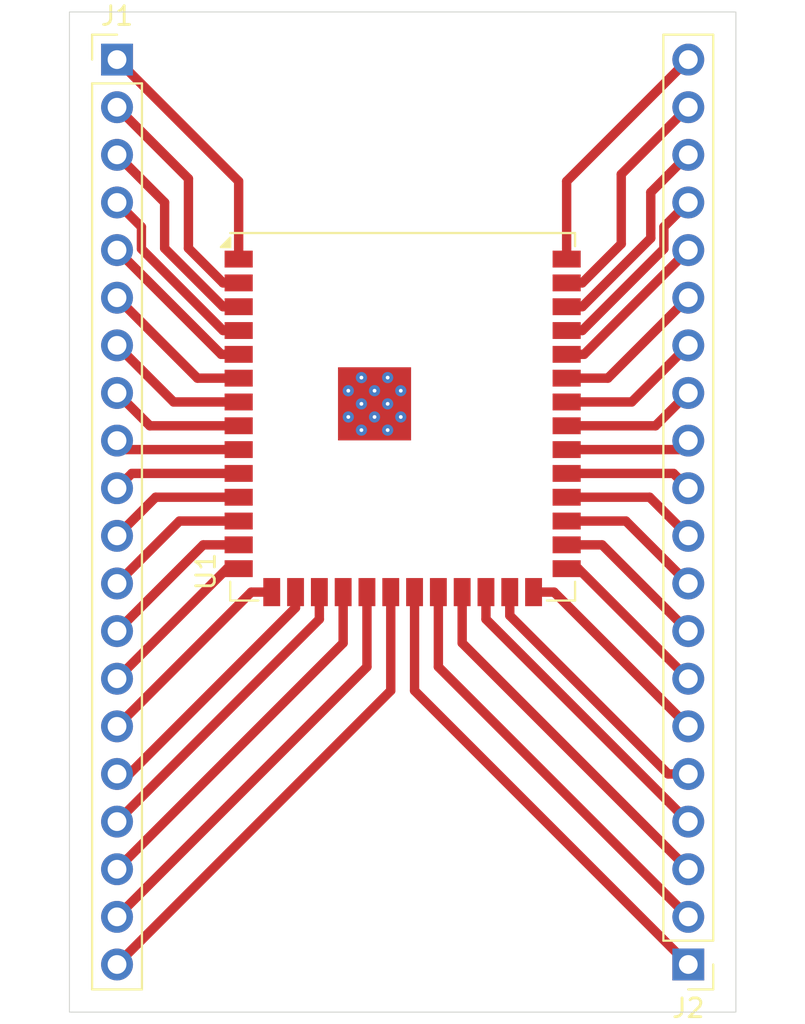
<source format=kicad_pcb>
(kicad_pcb (version 20241229) (generator "pcbnew") (generator_version "9.0")
  (layers (0 "F.Cu" signal) (2 "B.Cu" signal) (13 "F.Paste" user) (15 "B.Paste" user) (5 "F.SilkS" user "F.Silkscreen") (7 "B.SilkS" user "B.Silkscreen") (1 "F.Mask" user) (3 "B.Mask" user) (25 "Edge.Cuts" user))
  (net 0 "")
  (net 1 "IO7")
  (net 2 "IO9")
  (net 3 "IO4")
  (net 4 "EN")
  (net 5 "IO11")
  (net 6 "IO3")
  (net 7 "3V3")
  (net 8 "IO5")
  (net 9 "IO18")
  (net 10 "IO8")
  (net 11 "IO12")
  (net 12 "IO17")
  (net 13 "DM")
  (net 14 "DP")
  (net 15 "GND")
  (net 16 "IO6")
  (net 17 "IO15")
  (net 18 "IO10")
  (net 19 "IO46")
  (net 20 "IO16")
  (net 21 "IO48")
  (net 22 "IO36")
  (net 23 "IO47")
  (net 24 "RXD")
  (net 25 "IO40")
  (net 26 "TXD")
  (net 27 "IO14")
  (net 28 "IO2")
  (net 29 "IO13")
  (net 30 "IO35")
  (net 31 "IO41")
  (net 32 "IO0")
  (net 33 "IO37")
  (net 34 "IO1")
  (net 35 "IO21")
  (net 36 "IO45")
  (net 37 "IO38")
  (net 38 "IO39")
  (net 39 "IO42")
  (footprint "Connector_PinHeader_2.54mm:PinHeader_1x20_P2.54mm_Vertical" (layer "F.Cu") (at 120.48 108.26 180)
    (property "Reference" "J2" (at 0 -2.33 0) (layer "F.SilkS"))
    (property "Value" "Conn_01x20_Pin")
    (fp_line (start 1.33 1.27) (end 1.33 49.59) (stroke (width 0.12)) (layer "F.SilkS"))
    (fp_line (start -1.33 49.59) (end 1.33 49.59) (stroke (width 0.12)) (layer "F.SilkS"))
    (fp_line (start -1.33 1.27) (end 1.33 1.27) (stroke (width 0.12)) (layer "F.SilkS"))
    (fp_line (start -1.33 1.27) (end -1.33 49.59) (stroke (width 0.12)) (layer "F.SilkS"))
    (fp_line (start -1.33 0) (end -1.33 -1.33) (stroke (width 0.12)) (layer "F.SilkS"))
    (fp_line (start -1.33 -1.33) (end 0 -1.33) (stroke (width 0.12)) (layer "F.SilkS"))
    (pad "1" thru_hole rect (at 0 0 180) (size 1.7 1.7) (drill 1) (layers "*.Cu" "*.Mask") (net 29 "IO13"))
    (pad "2" thru_hole oval (at 0 2.54 180) (size 1.7 1.7) (drill 1) (layers "*.Cu" "*.Mask") (net 27 "IO14"))
    (pad "3" thru_hole oval (at 0 5.08 180) (size 1.7 1.7) (drill 1) (layers "*.Cu" "*.Mask") (net 35 "IO21"))
    (pad "4" thru_hole oval (at 0 7.62 180) (size 1.7 1.7) (drill 1) (layers "*.Cu" "*.Mask") (net 23 "IO47"))
    (pad "5" thru_hole oval (at 0 10.16 180) (size 1.7 1.7) (drill 1) (layers "*.Cu" "*.Mask") (net 21 "IO48"))
    (pad "6" thru_hole oval (at 0 12.7 180) (size 1.7 1.7) (drill 1) (layers "*.Cu" "*.Mask") (net 36 "IO45"))
    (pad "7" thru_hole oval (at 0 15.24 180) (size 1.7 1.7) (drill 1) (layers "*.Cu" "*.Mask") (net 32 "IO0"))
    (pad "8" thru_hole oval (at 0 17.78 180) (size 1.7 1.7) (drill 1) (layers "*.Cu" "*.Mask") (net 30 "IO35"))
    (pad "9" thru_hole oval (at 0 20.32 180) (size 1.7 1.7) (drill 1) (layers "*.Cu" "*.Mask") (net 22 "IO36"))
    (pad "10" thru_hole oval (at 0 22.86 180) (size 1.7 1.7) (drill 1) (layers "*.Cu" "*.Mask") (net 33 "IO37"))
    (pad "11" thru_hole oval (at 0 25.4 180) (size 1.7 1.7) (drill 1) (layers "*.Cu" "*.Mask") (net 37 "IO38"))
    (pad "12" thru_hole oval (at 0 27.94 180) (size 1.7 1.7) (drill 1) (layers "*.Cu" "*.Mask") (net 38 "IO39"))
    (pad "13" thru_hole oval (at 0 30.48 180) (size 1.7 1.7) (drill 1) (layers "*.Cu" "*.Mask") (net 25 "IO40"))
    (pad "14" thru_hole oval (at 0 33.02 180) (size 1.7 1.7) (drill 1) (layers "*.Cu" "*.Mask") (net 31 "IO41"))
    (pad "15" thru_hole oval (at 0 35.56 180) (size 1.7 1.7) (drill 1) (layers "*.Cu" "*.Mask") (net 39 "IO42"))
    (pad "16" thru_hole oval (at 0 38.1 180) (size 1.7 1.7) (drill 1) (layers "*.Cu" "*.Mask") (net 24 "RXD"))
    (pad "17" thru_hole oval (at 0 40.64 180) (size 1.7 1.7) (drill 1) (layers "*.Cu" "*.Mask") (net 26 "TXD"))
    (pad "18" thru_hole oval (at 0 43.18 180) (size 1.7 1.7) (drill 1) (layers "*.Cu" "*.Mask") (net 28 "IO2"))
    (pad "19" thru_hole oval (at 0 45.72 180) (size 1.7 1.7) (drill 1) (layers "*.Cu" "*.Mask") (net 34 "IO1"))
    (pad "20" thru_hole oval (at 0 48.26 180) (size 1.7 1.7) (drill 1) (layers "*.Cu" "*.Mask") (net 15 "GND"))
  )
  (footprint "Connector_PinHeader_2.54mm:PinHeader_1x20_P2.54mm_Vertical" (layer "F.Cu") (at 90 60)
    (property "Reference" "J1" (at 0 -2.33 0) (layer "F.SilkS"))
    (property "Value" "Conn_01x20_Pin")
    (fp_line (start -1.33 -1.33) (end 0 -1.33) (stroke (width 0.12)) (layer "F.SilkS"))
    (fp_line (start -1.33 0) (end -1.33 -1.33) (stroke (width 0.12)) (layer "F.SilkS"))
    (fp_line (start -1.33 1.27) (end -1.33 49.59) (stroke (width 0.12)) (layer "F.SilkS"))
    (fp_line (start -1.33 1.27) (end 1.33 1.27) (stroke (width 0.12)) (layer "F.SilkS"))
    (fp_line (start -1.33 49.59) (end 1.33 49.59) (stroke (width 0.12)) (layer "F.SilkS"))
    (fp_line (start 1.33 1.27) (end 1.33 49.59) (stroke (width 0.12)) (layer "F.SilkS"))
    (pad "1" thru_hole rect (at 0 0) (size 1.7 1.7) (drill 1) (layers "*.Cu" "*.Mask") (net 15 "GND"))
    (pad "2" thru_hole oval (at 0 2.54) (size 1.7 1.7) (drill 1) (layers "*.Cu" "*.Mask") (net 7 "3V3"))
    (pad "3" thru_hole oval (at 0 5.08) (size 1.7 1.7) (drill 1) (layers "*.Cu" "*.Mask") (net 4 "EN"))
    (pad "4" thru_hole oval (at 0 7.62) (size 1.7 1.7) (drill 1) (layers "*.Cu" "*.Mask") (net 3 "IO4"))
    (pad "5" thru_hole oval (at 0 10.16) (size 1.7 1.7) (drill 1) (layers "*.Cu" "*.Mask") (net 8 "IO5"))
    (pad "6" thru_hole oval (at 0 12.7) (size 1.7 1.7) (drill 1) (layers "*.Cu" "*.Mask") (net 16 "IO6"))
    (pad "7" thru_hole oval (at 0 15.24) (size 1.7 1.7) (drill 1) (layers "*.Cu" "*.Mask") (net 1 "IO7"))
    (pad "8" thru_hole oval (at 0 17.78) (size 1.7 1.7) (drill 1) (layers "*.Cu" "*.Mask") (net 17 "IO15"))
    (pad "9" thru_hole oval (at 0 20.32) (size 1.7 1.7) (drill 1) (layers "*.Cu" "*.Mask") (net 20 "IO16"))
    (pad "10" thru_hole oval (at 0 22.86) (size 1.7 1.7) (drill 1) (layers "*.Cu" "*.Mask") (net 12 "IO17"))
    (pad "11" thru_hole oval (at 0 25.4) (size 1.7 1.7) (drill 1) (layers "*.Cu" "*.Mask") (net 9 "IO18"))
    (pad "12" thru_hole oval (at 0 27.94) (size 1.7 1.7) (drill 1) (layers "*.Cu" "*.Mask") (net 10 "IO8"))
    (pad "13" thru_hole oval (at 0 30.48) (size 1.7 1.7) (drill 1) (layers "*.Cu" "*.Mask") (net 13 "DM"))
    (pad "14" thru_hole oval (at 0 33.02) (size 1.7 1.7) (drill 1) (layers "*.Cu" "*.Mask") (net 14 "DP"))
    (pad "15" thru_hole oval (at 0 35.56) (size 1.7 1.7) (drill 1) (layers "*.Cu" "*.Mask") (net 6 "IO3"))
    (pad "16" thru_hole oval (at 0 38.1) (size 1.7 1.7) (drill 1) (layers "*.Cu" "*.Mask") (net 19 "IO46"))
    (pad "17" thru_hole oval (at 0 40.64) (size 1.7 1.7) (drill 1) (layers "*.Cu" "*.Mask") (net 2 "IO9"))
    (pad "18" thru_hole oval (at 0 43.18) (size 1.7 1.7) (drill 1) (layers "*.Cu" "*.Mask") (net 18 "IO10"))
    (pad "19" thru_hole oval (at 0 45.72) (size 1.7 1.7) (drill 1) (layers "*.Cu" "*.Mask") (net 5 "IO11"))
    (pad "20" thru_hole oval (at 0 48.26) (size 1.7 1.7) (drill 1) (layers "*.Cu" "*.Mask") (net 11 "IO12"))
  )
  (footprint "RF_Module:ESP32-S3-WROOM-1U" (layer "F.Cu") (at 105.24 79.05)
    (property "Reference" "U1" (at -10.5 8.25 90) (layer "F.SilkS"))
    (property "Value" "ESP32-S3-WROOM-1")
    (fp_line (start -9.2 -9.8) (end 9.2 -9.8) (stroke (width 0.12)) (layer "F.SilkS"))
    (fp_line (start -9.2 8.8) (end -9.2 9.8) (stroke (width 0.12)) (layer "F.SilkS"))
    (fp_line (start -9.2 9.8) (end -7.7 9.8) (stroke (width 0.12)) (layer "F.SilkS"))
    (fp_line (start 9.2 -9.8) (end 9.2 -9.1) (stroke (width 0.12)) (layer "F.SilkS"))
    (fp_line (start 9.2 9.8) (end 7.7 9.8) (stroke (width 0.12)) (layer "F.SilkS"))
    (fp_line (start 9.2 9.8) (end 9.2 8.8) (stroke (width 0.12)) (layer "F.SilkS"))
    (fp_poly (pts (xy -9.2 -9.05) (xy -9.7 -9.05) (xy -9.2 -9.55) (xy -9.2 -9.05)) (stroke (width 0.12)) (fill yes) (layer "F.SilkS"))
    (pad "1" smd rect (at -8.75 -8.41) (size 1.5 0.9) (layers "F.Cu" "F.Mask" "F.Paste") (net 15 "GND"))
    (pad "2" smd rect (at -8.75 -7.14) (size 1.5 0.9) (layers "F.Cu" "F.Mask" "F.Paste") (net 7 "3V3"))
    (pad "3" smd rect (at -8.75 -5.87) (size 1.5 0.9) (layers "F.Cu" "F.Mask" "F.Paste") (net 4 "EN"))
    (pad "4" smd rect (at -8.75 -4.6) (size 1.5 0.9) (layers "F.Cu" "F.Mask" "F.Paste") (net 3 "IO4"))
    (pad "5" smd rect (at -8.75 -3.33) (size 1.5 0.9) (layers "F.Cu" "F.Mask" "F.Paste") (net 8 "IO5"))
    (pad "6" smd rect (at -8.75 -2.06) (size 1.5 0.9) (layers "F.Cu" "F.Mask" "F.Paste") (net 16 "IO6"))
    (pad "7" smd rect (at -8.75 -0.79) (size 1.5 0.9) (layers "F.Cu" "F.Mask" "F.Paste") (net 1 "IO7"))
    (pad "8" smd rect (at -8.75 0.48) (size 1.5 0.9) (layers "F.Cu" "F.Mask" "F.Paste") (net 17 "IO15"))
    (pad "9" smd rect (at -8.75 1.75) (size 1.5 0.9) (layers "F.Cu" "F.Mask" "F.Paste") (net 20 "IO16"))
    (pad "10" smd rect (at -8.75 3.02) (size 1.5 0.9) (layers "F.Cu" "F.Mask" "F.Paste") (net 12 "IO17"))
    (pad "11" smd rect (at -8.75 4.29) (size 1.5 0.9) (layers "F.Cu" "F.Mask" "F.Paste") (net 9 "IO18"))
    (pad "12" smd rect (at -8.75 5.56) (size 1.5 0.9) (layers "F.Cu" "F.Mask" "F.Paste") (net 10 "IO8"))
    (pad "13" smd rect (at -8.75 6.83) (size 1.5 0.9) (layers "F.Cu" "F.Mask" "F.Paste") (net 13 "DM"))
    (pad "14" smd rect (at -8.75 8.1 180) (size 1.5 0.9) (layers "F.Cu" "F.Mask" "F.Paste") (net 14 "DP"))
    (pad "15" smd rect (at -6.985 9.35 270) (size 1.5 0.9) (layers "F.Cu" "F.Mask" "F.Paste") (net 6 "IO3"))
    (pad "16" smd rect (at -5.715 9.35 270) (size 1.5 0.9) (layers "F.Cu" "F.Mask" "F.Paste") (net 19 "IO46"))
    (pad "17" smd rect (at -4.445 9.35 270) (size 1.5 0.9) (layers "F.Cu" "F.Mask" "F.Paste") (net 2 "IO9"))
    (pad "18" smd rect (at -3.175 9.35 270) (size 1.5 0.9) (layers "F.Cu" "F.Mask" "F.Paste") (net 18 "IO10"))
    (pad "19" smd rect (at -1.905 9.35 270) (size 1.5 0.9) (layers "F.Cu" "F.Mask" "F.Paste") (net 5 "IO11"))
    (pad "20" smd rect (at -0.635 9.35 270) (size 1.5 0.9) (layers "F.Cu" "F.Mask" "F.Paste") (net 11 "IO12"))
    (pad "21" smd rect (at 0.635 9.35 270) (size 1.5 0.9) (layers "F.Cu" "F.Mask" "F.Paste") (net 29 "IO13"))
    (pad "22" smd rect (at 1.905 9.35 270) (size 1.5 0.9) (layers "F.Cu" "F.Mask" "F.Paste") (net 27 "IO14"))
    (pad "23" smd rect (at 3.175 9.35 270) (size 1.5 0.9) (layers "F.Cu" "F.Mask" "F.Paste") (net 35 "IO21"))
    (pad "24" smd rect (at 4.445 9.35 270) (size 1.5 0.9) (layers "F.Cu" "F.Mask" "F.Paste") (net 23 "IO47"))
    (pad "25" smd rect (at 5.715 9.35 270) (size 1.5 0.9) (layers "F.Cu" "F.Mask" "F.Paste") (net 21 "IO48"))
    (pad "26" smd rect (at 6.985 9.35 270) (size 1.5 0.9) (layers "F.Cu" "F.Mask" "F.Paste") (net 36 "IO45"))
    (pad "27" smd rect (at 8.75 8.1) (size 1.5 0.9) (layers "F.Cu" "F.Mask" "F.Paste") (net 32 "IO0"))
    (pad "28" smd rect (at 8.75 6.83) (size 1.5 0.9) (layers "F.Cu" "F.Mask" "F.Paste") (net 30 "IO35"))
    (pad "29" smd rect (at 8.75 5.56) (size 1.5 0.9) (layers "F.Cu" "F.Mask" "F.Paste") (net 22 "IO36"))
    (pad "30" smd rect (at 8.75 4.29) (size 1.5 0.9) (layers "F.Cu" "F.Mask" "F.Paste") (net 33 "IO37"))
    (pad "31" smd rect (at 8.75 3.02) (size 1.5 0.9) (layers "F.Cu" "F.Mask" "F.Paste") (net 37 "IO38"))
    (pad "32" smd rect (at 8.75 1.75) (size 1.5 0.9) (layers "F.Cu" "F.Mask" "F.Paste") (net 38 "IO39"))
    (pad "33" smd rect (at 8.75 0.48) (size 1.5 0.9) (layers "F.Cu" "F.Mask" "F.Paste") (net 25 "IO40"))
    (pad "34" smd rect (at 8.75 -0.79) (size 1.5 0.9) (layers "F.Cu" "F.Mask" "F.Paste") (net 31 "IO41"))
    (pad "35" smd rect (at 8.75 -2.06) (size 1.5 0.9) (layers "F.Cu" "F.Mask" "F.Paste") (net 39 "IO42"))
    (pad "36" smd rect (at 8.75 -3.33) (size 1.5 0.9) (layers "F.Cu" "F.Mask" "F.Paste") (net 24 "RXD"))
    (pad "37" smd rect (at 8.75 -4.6) (size 1.5 0.9) (layers "F.Cu" "F.Mask" "F.Paste") (net 26 "TXD"))
    (pad "38" smd rect (at 8.75 -5.87) (size 1.5 0.9) (layers "F.Cu" "F.Mask" "F.Paste") (net 28 "IO2"))
    (pad "39" smd rect (at 8.75 -7.14) (size 1.5 0.9) (layers "F.Cu" "F.Mask" "F.Paste") (net 34 "IO1"))
    (pad "40" smd rect (at 8.75 -8.41) (size 1.5 0.9) (layers "F.Cu" "F.Mask" "F.Paste") (net 15 "GND"))
    (pad "41" thru_hole circle (at -2.9 -1.39) (size 0.6 0.6) (drill 0.2) (property pad_prop_heatsink) (layers "*.Cu" "F.Mask") (net 15 "GND"))
    (pad "41" thru_hole circle (at -2.9 0.01) (size 0.6 0.6) (drill 0.2) (property pad_prop_heatsink) (layers "*.Cu" "F.Mask") (net 15 "GND"))
    (pad "41" thru_hole circle (at -2.2 -2.09) (size 0.6 0.6) (drill 0.2) (property pad_prop_heatsink) (layers "*.Cu" "F.Mask") (net 15 "GND"))
    (pad "41" thru_hole circle (at -2.2 -0.69) (size 0.6 0.6) (drill 0.2) (property pad_prop_heatsink) (layers "*.Cu" "F.Mask") (net 15 "GND"))
    (pad "41" thru_hole circle (at -2.2 0.71) (size 0.6 0.6) (drill 0.2) (property pad_prop_heatsink) (layers "*.Cu" "F.Mask") (net 15 "GND"))
    (pad "41" thru_hole circle (at -1.5 -1.39) (size 0.6 0.6) (drill 0.2) (property pad_prop_heatsink) (layers "*.Cu" "F.Mask") (net 15 "GND"))
    (pad "41" smd rect (at -1.5 -0.69) (size 3.9 3.9) (property pad_prop_heatsink) (layers "F.Cu" "F.Mask") (net 15 "GND"))
    (pad "41" thru_hole circle (at -1.5 0.01) (size 0.6 0.6) (drill 0.2) (property pad_prop_heatsink) (layers "*.Cu" "F.Mask") (net 15 "GND"))
    (pad "41" thru_hole circle (at -0.8 -2.09) (size 0.6 0.6) (drill 0.2) (property pad_prop_heatsink) (layers "*.Cu" "F.Mask") (net 15 "GND"))
    (pad "41" thru_hole circle (at -0.8 -0.69) (size 0.6 0.6) (drill 0.2) (property pad_prop_heatsink) (layers "*.Cu" "F.Mask") (net 15 "GND"))
    (pad "41" thru_hole circle (at -0.8 0.71) (size 0.6 0.6) (drill 0.2) (property pad_prop_heatsink) (layers "*.Cu" "F.Mask") (net 15 "GND"))
    (pad "41" thru_hole circle (at -0.1 -1.39) (size 0.6 0.6) (drill 0.2) (property pad_prop_heatsink) (layers "*.Cu" "F.Mask") (net 15 "GND"))
    (pad "41" thru_hole circle (at -0.1 0.01) (size 0.6 0.6) (drill 0.2) (property pad_prop_heatsink) (layers "*.Cu" "F.Mask") (net 15 "GND"))
  )
  (gr_rect (start 87.46 57.46) (end 123.02 110.8) (stroke (width 0.05)) (fill no) (layer "Edge.Cuts"))
  (segment (start 93.02 78.26) (end 90 75.24) (width 0.5) (layer "F.Cu") (net 1))
  (segment (start 96.49 78.26) (end 93.02 78.26) (width 0.5) (layer "F.Cu") (net 1))
  (segment (start 100.795 89.845) (end 90 100.64) (width 0.5) (layer "F.Cu") (net 2))
  (segment (start 100.795 88.4) (end 100.795 89.845) (width 0.5) (layer "F.Cu") (net 2))
  (segment (start 95.658 74.45) (end 91.301 70.093) (width 0.5) (layer "F.Cu") (net 3))
  (segment (start 96.49 74.45) (end 95.658 74.45) (width 0.5) (layer "F.Cu") (net 3))
  (segment (start 91.301 70.093) (end 91.301 68.921) (width 0.5) (layer "F.Cu") (net 3))
  (segment (start 91.301 68.921) (end 90 67.62) (width 0.5) (layer "F.Cu") (net 3))
  (segment (start 92.54 70.062) (end 92.54 67.62) (width 0.5) (layer "F.Cu") (net 4))
  (segment (start 96.49 73.18) (end 95.658 73.18) (width 0.5) (layer "F.Cu") (net 4))
  (segment (start 95.658 73.18) (end 92.54 70.062) (width 0.5) (layer "F.Cu") (net 4))
  (segment (start 92.54 67.62) (end 90 65.08) (width 0.5) (layer "F.Cu") (net 4))
  (segment (start 103.335 88.4) (end 103.335 92.385) (width 0.5) (layer "F.Cu") (net 5))
  (segment (start 103.335 92.385) (end 90 105.72) (width 0.5) (layer "F.Cu") (net 5))
  (segment (start 98.255 88.4) (end 97.16 88.4) (width 0.5) (layer "F.Cu") (net 6))
  (segment (start 97.16 88.4) (end 90 95.56) (width 0.5) (layer "F.Cu") (net 6))
  (segment (start 95.658 71.91) (end 93.81 70.062) (width 0.5) (layer "F.Cu") (net 7))
  (segment (start 93.81 66.35) (end 90 62.54) (width 0.5) (layer "F.Cu") (net 7))
  (segment (start 96.49 71.91) (end 95.658 71.91) (width 0.5) (layer "F.Cu") (net 7))
  (segment (start 93.81 70.062) (end 93.81 66.35) (width 0.5) (layer "F.Cu") (net 7))
  (segment (start 96.49 75.72) (end 95.56 75.72) (width 0.5) (layer "F.Cu") (net 8))
  (segment (start 95.56 75.72) (end 90 70.16) (width 0.5) (layer "F.Cu") (net 8))
  (segment (start 96.49 83.34) (end 92.06 83.34) (width 0.5) (layer "F.Cu") (net 9))
  (segment (start 92.06 83.34) (end 90 85.4) (width 0.5) (layer "F.Cu") (net 9))
  (segment (start 96.49 84.61) (end 93.33 84.61) (width 0.5) (layer "F.Cu") (net 10))
  (segment (start 93.33 84.61) (end 90 87.94) (width 0.5) (layer "F.Cu") (net 10))
  (segment (start 104.605 93.655) (end 90 108.26) (width 0.5) (layer "F.Cu") (net 11))
  (segment (start 104.605 88.4) (end 104.605 93.655) (width 0.5) (layer "F.Cu") (net 11))
  (segment (start 90.79 82.07) (end 90 82.86) (width 0.5) (layer "F.Cu") (net 12))
  (segment (start 96.49 82.07) (end 90.79 82.07) (width 0.5) (layer "F.Cu") (net 12))
  (segment (start 94.6 85.88) (end 90 90.48) (width 0.5) (layer "F.Cu") (net 13))
  (segment (start 96.49 85.88) (end 94.6 85.88) (width 0.5) (layer "F.Cu") (net 13))
  (segment (start 95.87 87.15) (end 90 93.02) (width 0.5) (layer "F.Cu") (net 14))
  (segment (start 96.49 87.15) (end 95.87 87.15) (width 0.5) (layer "F.Cu") (net 14))
  (segment (start 113.99 66.49) (end 120.48 60) (width 0.5) (layer "F.Cu") (net 15))
  (segment (start 96.49 66.49) (end 90 60) (width 0.5) (layer "F.Cu") (net 15))
  (segment (start 96.49 70.64) (end 96.49 66.49) (width 0.5) (layer "F.Cu") (net 15))
  (segment (start 113.99 70.64) (end 113.99 66.49) (width 0.5) (layer "F.Cu") (net 15))
  (segment (start 94.29 76.99) (end 90 72.7) (width 0.5) (layer "F.Cu") (net 16))
  (segment (start 96.49 76.99) (end 94.29 76.99) (width 0.5) (layer "F.Cu") (net 16))
  (segment (start 91.75 79.53) (end 90 77.78) (width 0.5) (layer "F.Cu") (net 17))
  (segment (start 96.49 79.53) (end 91.75 79.53) (width 0.5) (layer "F.Cu") (net 17))
  (segment (start 102.065 91.115) (end 90 103.18) (width 0.5) (layer "F.Cu") (net 18))
  (segment (start 102.065 88.4) (end 102.065 91.115) (width 0.5) (layer "F.Cu") (net 18))
  (segment (start 99.525 88.4) (end 99.525 89.232) (width 0.5) (layer "F.Cu") (net 19))
  (segment (start 99.525 89.232) (end 90.657 98.1) (width 0.5) (layer "F.Cu") (net 19))
  (segment (start 90.657 98.1) (end 90 98.1) (width 0.5) (layer "F.Cu") (net 19))
  (segment (start 90.48 80.8) (end 90 80.32) (width 0.5) (layer "F.Cu") (net 20))
  (segment (start 96.49 80.8) (end 90.48 80.8) (width 0.5) (layer "F.Cu") (net 20))
  (segment (start 110.955 88.4) (end 110.955 89.65) (width 0.5) (layer "F.Cu") (net 21))
  (segment (start 119.405 98.1) (end 120.48 98.1) (width 0.5) (layer "F.Cu") (net 21))
  (segment (start 110.955 89.65) (end 119.405 98.1) (width 0.5) (layer "F.Cu") (net 21))
  (segment (start 117.15 84.61) (end 120.48 87.94) (width 0.5) (layer "F.Cu") (net 22))
  (segment (start 113.99 84.61) (end 117.15 84.61) (width 0.5) (layer "F.Cu") (net 22))
  (segment (start 109.685 88.4) (end 109.685 89.845) (width 0.5) (layer "F.Cu") (net 23))
  (segment (start 109.685 89.845) (end 120.48 100.64) (width 0.5) (layer "F.Cu") (net 23))
  (segment (start 114.92 75.72) (end 120.48 70.16) (width 0.5) (layer "F.Cu") (net 24))
  (segment (start 113.99 75.72) (end 114.92 75.72) (width 0.5) (layer "F.Cu") (net 24))
  (segment (start 113.99 79.53) (end 118.73 79.53) (width 0.5) (layer "F.Cu") (net 25))
  (segment (start 118.73 79.53) (end 120.48 77.78) (width 0.5) (layer "F.Cu") (net 25))
  (segment (start 119.179 68.921) (end 120.48 67.62) (width 0.5) (layer "F.Cu") (net 26))
  (segment (start 119.179 70.093) (end 119.179 68.921) (width 0.5) (layer "F.Cu") (net 26))
  (segment (start 114.822 74.45) (end 119.179 70.093) (width 0.5) (layer "F.Cu") (net 26))
  (segment (start 113.99 74.45) (end 114.822 74.45) (width 0.5) (layer "F.Cu") (net 26))
  (segment (start 107.145 88.4) (end 107.145 92.385) (width 0.5) (layer "F.Cu") (net 27))
  (segment (start 107.145 92.385) (end 120.48 105.72) (width 0.5) (layer "F.Cu") (net 27))
  (segment (start 113.99 73.18) (end 114.822 73.18) (width 0.5) (layer "F.Cu") (net 28))
  (segment (start 118.478 67.082) (end 120.48 65.08) (width 0.5) (layer "F.Cu") (net 28))
  (segment (start 118.478 69.524) (end 118.478 67.082) (width 0.5) (layer "F.Cu") (net 28))
  (segment (start 114.822 73.18) (end 118.478 69.524) (width 0.5) (layer "F.Cu") (net 28))
  (segment (start 105.875 88.4) (end 105.875 93.655) (width 0.5) (layer "F.Cu") (net 29))
  (segment (start 105.875 93.655) (end 120.48 108.26) (width 0.5) (layer "F.Cu") (net 29))
  (segment (start 115.88 85.88) (end 120.48 90.48) (width 0.5) (layer "F.Cu") (net 30))
  (segment (start 113.99 85.88) (end 115.88 85.88) (width 0.5) (layer "F.Cu") (net 30))
  (segment (start 113.99 78.26) (end 117.46 78.26) (width 0.5) (layer "F.Cu") (net 31))
  (segment (start 117.46 78.26) (end 120.48 75.24) (width 0.5) (layer "F.Cu") (net 31))
  (segment (start 114.61 87.15) (end 120.48 93.02) (width 0.5) (layer "F.Cu") (net 32))
  (segment (start 113.99 87.15) (end 114.61 87.15) (width 0.5) (layer "F.Cu") (net 32))
  (segment (start 113.99 83.34) (end 118.42 83.34) (width 0.5) (layer "F.Cu") (net 33))
  (segment (start 118.42 83.34) (end 120.48 85.4) (width 0.5) (layer "F.Cu") (net 33))
  (segment (start 116.903351 66.116649) (end 120.48 62.54) (width 0.5) (layer "F.Cu") (net 34))
  (segment (start 114.822 71.91) (end 116.903351 69.828649) (width 0.5) (layer "F.Cu") (net 34))
  (segment (start 113.99 71.91) (end 114.822 71.91) (width 0.5) (layer "F.Cu") (net 34))
  (segment (start 116.903351 69.828649) (end 116.903351 66.116649) (width 0.5) (layer "F.Cu") (net 34))
  (segment (start 108.415 91.115) (end 120.48 103.18) (width 0.5) (layer "F.Cu") (net 35))
  (segment (start 108.415 88.4) (end 108.415 91.115) (width 0.5) (layer "F.Cu") (net 35))
  (segment (start 112.225 88.4) (end 113.32 88.4) (width 0.5) (layer "F.Cu") (net 36))
  (segment (start 113.32 88.4) (end 120.48 95.56) (width 0.5) (layer "F.Cu") (net 36))
  (segment (start 119.69 82.07) (end 120.48 82.86) (width 0.5) (layer "F.Cu") (net 37))
  (segment (start 113.99 82.07) (end 119.69 82.07) (width 0.5) (layer "F.Cu") (net 37))
  (segment (start 113.99 80.8) (end 120 80.8) (width 0.5) (layer "F.Cu") (net 38))
  (segment (start 120 80.8) (end 120.48 80.32) (width 0.5) (layer "F.Cu") (net 38))
  (segment (start 116.19 76.99) (end 120.48 72.7) (width 0.5) (layer "F.Cu") (net 39))
  (segment (start 113.99 76.99) (end 116.19 76.99) (width 0.5) (layer "F.Cu") (net 39))
)
</source>
